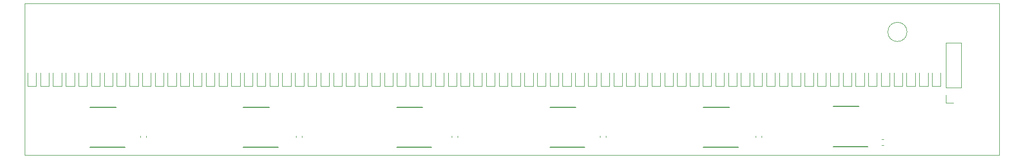
<source format=gbr>
G04 #@! TF.GenerationSoftware,KiCad,Pcbnew,(5.1.4)-1*
G04 #@! TF.CreationDate,2019-10-05T20:16:33-07:00*
G04 #@! TF.ProjectId,teh,7465682e-6b69-4636-9164-5f7063625858,rev?*
G04 #@! TF.SameCoordinates,Original*
G04 #@! TF.FileFunction,Legend,Top*
G04 #@! TF.FilePolarity,Positive*
%FSLAX46Y46*%
G04 Gerber Fmt 4.6, Leading zero omitted, Abs format (unit mm)*
G04 Created by KiCad (PCBNEW (5.1.4)-1) date 2019-10-05 20:16:33*
%MOMM*%
%LPD*%
G04 APERTURE LIST*
%ADD10C,0.050000*%
%ADD11C,0.120000*%
%ADD12C,0.150000*%
G04 APERTURE END LIST*
D10*
X91440000Y-38100000D02*
X258445000Y-38100000D01*
X91440000Y-64135000D02*
X91440000Y-38100000D01*
X258445000Y-64135000D02*
X91440000Y-64135000D01*
X258445000Y-38100000D02*
X258445000Y-64135000D01*
D11*
X242627938Y-42950000D02*
G75*
G03X242627938Y-42950000I-1647938J0D01*
G01*
X251926400Y-52527200D02*
X249266400Y-52527200D01*
X251926400Y-52527200D02*
X251926400Y-44847200D01*
X251926400Y-44847200D02*
X249266400Y-44847200D01*
X249266400Y-52527200D02*
X249266400Y-44847200D01*
X249266400Y-55127200D02*
X249266400Y-53797200D01*
X250596400Y-55127200D02*
X249266400Y-55127200D01*
D12*
X234393700Y-55795500D02*
X229943700Y-55795500D01*
X235918700Y-62695500D02*
X229943700Y-62695500D01*
D11*
X238630779Y-61453300D02*
X238305221Y-61453300D01*
X238630779Y-62473300D02*
X238305221Y-62473300D01*
D12*
X133381000Y-55915000D02*
X128931000Y-55915000D01*
X134906000Y-62815000D02*
X128931000Y-62815000D01*
D11*
X106538518Y-52285000D02*
X106538518Y-50000000D01*
X105068518Y-52285000D02*
X106538518Y-52285000D01*
X105068518Y-50000000D02*
X105068518Y-52285000D01*
X91975000Y-50000000D02*
X91975000Y-52285000D01*
X91975000Y-52285000D02*
X93445000Y-52285000D01*
X93445000Y-52285000D02*
X93445000Y-50000000D01*
X107250771Y-50000000D02*
X107250771Y-52285000D01*
X107250771Y-52285000D02*
X108720771Y-52285000D01*
X108720771Y-52285000D02*
X108720771Y-50000000D01*
X95627253Y-52285000D02*
X95627253Y-50000000D01*
X94157253Y-52285000D02*
X95627253Y-52285000D01*
X94157253Y-50000000D02*
X94157253Y-52285000D01*
X110903024Y-52285000D02*
X110903024Y-50000000D01*
X109433024Y-52285000D02*
X110903024Y-52285000D01*
X109433024Y-50000000D02*
X109433024Y-52285000D01*
X96339506Y-50000000D02*
X96339506Y-52285000D01*
X96339506Y-52285000D02*
X97809506Y-52285000D01*
X97809506Y-52285000D02*
X97809506Y-50000000D01*
X111615277Y-50000000D02*
X111615277Y-52285000D01*
X111615277Y-52285000D02*
X113085277Y-52285000D01*
X113085277Y-52285000D02*
X113085277Y-50000000D01*
X99991759Y-52285000D02*
X99991759Y-50000000D01*
X98521759Y-52285000D02*
X99991759Y-52285000D01*
X98521759Y-50000000D02*
X98521759Y-52285000D01*
X113797530Y-50000000D02*
X113797530Y-52285000D01*
X113797530Y-52285000D02*
X115267530Y-52285000D01*
X115267530Y-52285000D02*
X115267530Y-50000000D01*
X102174012Y-52285000D02*
X102174012Y-50000000D01*
X100704012Y-52285000D02*
X102174012Y-52285000D01*
X100704012Y-50000000D02*
X100704012Y-52285000D01*
X115979783Y-50000000D02*
X115979783Y-52285000D01*
X115979783Y-52285000D02*
X117449783Y-52285000D01*
X117449783Y-52285000D02*
X117449783Y-50000000D01*
X104356265Y-52285000D02*
X104356265Y-50000000D01*
X102886265Y-52285000D02*
X104356265Y-52285000D01*
X102886265Y-50000000D02*
X102886265Y-52285000D01*
X143636819Y-52285000D02*
X143636819Y-50000000D01*
X142166819Y-52285000D02*
X143636819Y-52285000D01*
X142166819Y-50000000D02*
X142166819Y-52285000D01*
X139984566Y-50000000D02*
X139984566Y-52285000D01*
X139984566Y-52285000D02*
X141454566Y-52285000D01*
X141454566Y-52285000D02*
X141454566Y-50000000D01*
X139272313Y-52285000D02*
X139272313Y-50000000D01*
X137802313Y-52285000D02*
X139272313Y-52285000D01*
X137802313Y-50000000D02*
X137802313Y-52285000D01*
X135620060Y-50000000D02*
X135620060Y-52285000D01*
X135620060Y-52285000D02*
X137090060Y-52285000D01*
X137090060Y-52285000D02*
X137090060Y-50000000D01*
X134907807Y-52285000D02*
X134907807Y-50000000D01*
X133437807Y-52285000D02*
X134907807Y-52285000D01*
X133437807Y-50000000D02*
X133437807Y-52285000D01*
X131255554Y-50000000D02*
X131255554Y-52285000D01*
X131255554Y-52285000D02*
X132725554Y-52285000D01*
X132725554Y-52285000D02*
X132725554Y-50000000D01*
X129073301Y-50000000D02*
X129073301Y-52285000D01*
X129073301Y-52285000D02*
X130543301Y-52285000D01*
X130543301Y-52285000D02*
X130543301Y-50000000D01*
X128361048Y-52285000D02*
X128361048Y-50000000D01*
X126891048Y-52285000D02*
X128361048Y-52285000D01*
X126891048Y-50000000D02*
X126891048Y-52285000D01*
X124708795Y-50000000D02*
X124708795Y-52285000D01*
X124708795Y-52285000D02*
X126178795Y-52285000D01*
X126178795Y-52285000D02*
X126178795Y-50000000D01*
X123996542Y-52285000D02*
X123996542Y-50000000D01*
X122526542Y-52285000D02*
X123996542Y-52285000D01*
X122526542Y-50000000D02*
X122526542Y-52285000D01*
X120344289Y-50000000D02*
X120344289Y-52285000D01*
X120344289Y-52285000D02*
X121814289Y-52285000D01*
X121814289Y-52285000D02*
X121814289Y-50000000D01*
X119632036Y-52285000D02*
X119632036Y-50000000D01*
X118162036Y-52285000D02*
X119632036Y-52285000D01*
X118162036Y-50000000D02*
X118162036Y-52285000D01*
X157442590Y-50000000D02*
X157442590Y-52285000D01*
X157442590Y-52285000D02*
X158912590Y-52285000D01*
X158912590Y-52285000D02*
X158912590Y-50000000D01*
X145819072Y-52285000D02*
X145819072Y-50000000D01*
X144349072Y-52285000D02*
X145819072Y-52285000D01*
X144349072Y-50000000D02*
X144349072Y-52285000D01*
X161094843Y-52285000D02*
X161094843Y-50000000D01*
X159624843Y-52285000D02*
X161094843Y-52285000D01*
X159624843Y-50000000D02*
X159624843Y-52285000D01*
X146531325Y-50000000D02*
X146531325Y-52285000D01*
X146531325Y-52285000D02*
X148001325Y-52285000D01*
X148001325Y-52285000D02*
X148001325Y-50000000D01*
X161807096Y-50000000D02*
X161807096Y-52285000D01*
X161807096Y-52285000D02*
X163277096Y-52285000D01*
X163277096Y-52285000D02*
X163277096Y-50000000D01*
X150183578Y-52285000D02*
X150183578Y-50000000D01*
X148713578Y-52285000D02*
X150183578Y-52285000D01*
X148713578Y-50000000D02*
X148713578Y-52285000D01*
X165459349Y-52285000D02*
X165459349Y-50000000D01*
X163989349Y-52285000D02*
X165459349Y-52285000D01*
X163989349Y-50000000D02*
X163989349Y-52285000D01*
X150895831Y-50000000D02*
X150895831Y-52285000D01*
X150895831Y-52285000D02*
X152365831Y-52285000D01*
X152365831Y-52285000D02*
X152365831Y-50000000D01*
X166171602Y-50000000D02*
X166171602Y-52285000D01*
X166171602Y-52285000D02*
X167641602Y-52285000D01*
X167641602Y-52285000D02*
X167641602Y-50000000D01*
X154548084Y-52285000D02*
X154548084Y-50000000D01*
X153078084Y-52285000D02*
X154548084Y-52285000D01*
X153078084Y-50000000D02*
X153078084Y-52285000D01*
X169823855Y-52285000D02*
X169823855Y-50000000D01*
X168353855Y-52285000D02*
X169823855Y-52285000D01*
X168353855Y-50000000D02*
X168353855Y-52285000D01*
X155260337Y-50000000D02*
X155260337Y-52285000D01*
X155260337Y-52285000D02*
X156730337Y-52285000D01*
X156730337Y-52285000D02*
X156730337Y-50000000D01*
X183629626Y-50000000D02*
X183629626Y-52285000D01*
X183629626Y-52285000D02*
X185099626Y-52285000D01*
X185099626Y-52285000D02*
X185099626Y-50000000D01*
X172006108Y-52285000D02*
X172006108Y-50000000D01*
X170536108Y-52285000D02*
X172006108Y-52285000D01*
X170536108Y-50000000D02*
X170536108Y-52285000D01*
X187281879Y-52285000D02*
X187281879Y-50000000D01*
X185811879Y-52285000D02*
X187281879Y-52285000D01*
X185811879Y-50000000D02*
X185811879Y-52285000D01*
X172718361Y-50000000D02*
X172718361Y-52285000D01*
X172718361Y-52285000D02*
X174188361Y-52285000D01*
X174188361Y-52285000D02*
X174188361Y-50000000D01*
X189464132Y-52285000D02*
X189464132Y-50000000D01*
X187994132Y-52285000D02*
X189464132Y-52285000D01*
X187994132Y-50000000D02*
X187994132Y-52285000D01*
X176370614Y-52285000D02*
X176370614Y-50000000D01*
X174900614Y-52285000D02*
X176370614Y-52285000D01*
X174900614Y-50000000D02*
X174900614Y-52285000D01*
X191646385Y-52285000D02*
X191646385Y-50000000D01*
X190176385Y-52285000D02*
X191646385Y-52285000D01*
X190176385Y-50000000D02*
X190176385Y-52285000D01*
X177082867Y-50000000D02*
X177082867Y-52285000D01*
X177082867Y-52285000D02*
X178552867Y-52285000D01*
X178552867Y-52285000D02*
X178552867Y-50000000D01*
X193828638Y-52285000D02*
X193828638Y-50000000D01*
X192358638Y-52285000D02*
X193828638Y-52285000D01*
X192358638Y-50000000D02*
X192358638Y-52285000D01*
X180735120Y-52285000D02*
X180735120Y-50000000D01*
X179265120Y-52285000D02*
X180735120Y-52285000D01*
X179265120Y-50000000D02*
X179265120Y-52285000D01*
X196010891Y-52285000D02*
X196010891Y-50000000D01*
X194540891Y-52285000D02*
X196010891Y-52285000D01*
X194540891Y-50000000D02*
X194540891Y-52285000D01*
X181447373Y-50000000D02*
X181447373Y-52285000D01*
X181447373Y-52285000D02*
X182917373Y-52285000D01*
X182917373Y-52285000D02*
X182917373Y-50000000D01*
X211286662Y-52285000D02*
X211286662Y-50000000D01*
X209816662Y-52285000D02*
X211286662Y-52285000D01*
X209816662Y-50000000D02*
X209816662Y-52285000D01*
X196723144Y-50000000D02*
X196723144Y-52285000D01*
X196723144Y-52285000D02*
X198193144Y-52285000D01*
X198193144Y-52285000D02*
X198193144Y-50000000D01*
X211998915Y-50000000D02*
X211998915Y-52285000D01*
X211998915Y-52285000D02*
X213468915Y-52285000D01*
X213468915Y-52285000D02*
X213468915Y-50000000D01*
X198905397Y-50000000D02*
X198905397Y-52285000D01*
X198905397Y-52285000D02*
X200375397Y-52285000D01*
X200375397Y-52285000D02*
X200375397Y-50000000D01*
X215651168Y-52285000D02*
X215651168Y-50000000D01*
X214181168Y-52285000D02*
X215651168Y-52285000D01*
X214181168Y-50000000D02*
X214181168Y-52285000D01*
X201087650Y-50000000D02*
X201087650Y-52285000D01*
X201087650Y-52285000D02*
X202557650Y-52285000D01*
X202557650Y-52285000D02*
X202557650Y-50000000D01*
X216363421Y-50000000D02*
X216363421Y-52285000D01*
X216363421Y-52285000D02*
X217833421Y-52285000D01*
X217833421Y-52285000D02*
X217833421Y-50000000D01*
X204739903Y-52285000D02*
X204739903Y-50000000D01*
X203269903Y-52285000D02*
X204739903Y-52285000D01*
X203269903Y-50000000D02*
X203269903Y-52285000D01*
X220015674Y-52285000D02*
X220015674Y-50000000D01*
X218545674Y-52285000D02*
X220015674Y-52285000D01*
X218545674Y-50000000D02*
X218545674Y-52285000D01*
X205452156Y-50000000D02*
X205452156Y-52285000D01*
X205452156Y-52285000D02*
X206922156Y-52285000D01*
X206922156Y-52285000D02*
X206922156Y-50000000D01*
X220727927Y-50000000D02*
X220727927Y-52285000D01*
X220727927Y-52285000D02*
X222197927Y-52285000D01*
X222197927Y-52285000D02*
X222197927Y-50000000D01*
X209104409Y-52285000D02*
X209104409Y-50000000D01*
X207634409Y-52285000D02*
X209104409Y-52285000D01*
X207634409Y-50000000D02*
X207634409Y-52285000D01*
X236003698Y-50000000D02*
X236003698Y-52285000D01*
X236003698Y-52285000D02*
X237473698Y-52285000D01*
X237473698Y-52285000D02*
X237473698Y-50000000D01*
X224380180Y-52285000D02*
X224380180Y-50000000D01*
X222910180Y-52285000D02*
X224380180Y-52285000D01*
X222910180Y-50000000D02*
X222910180Y-52285000D01*
X239655951Y-52285000D02*
X239655951Y-50000000D01*
X238185951Y-52285000D02*
X239655951Y-52285000D01*
X238185951Y-50000000D02*
X238185951Y-52285000D01*
X225092433Y-50000000D02*
X225092433Y-52285000D01*
X225092433Y-52285000D02*
X226562433Y-52285000D01*
X226562433Y-52285000D02*
X226562433Y-50000000D01*
X240368204Y-50000000D02*
X240368204Y-52285000D01*
X240368204Y-52285000D02*
X241838204Y-52285000D01*
X241838204Y-52285000D02*
X241838204Y-50000000D01*
X228744686Y-52285000D02*
X228744686Y-50000000D01*
X227274686Y-52285000D02*
X228744686Y-52285000D01*
X227274686Y-50000000D02*
X227274686Y-52285000D01*
X244020457Y-52285000D02*
X244020457Y-50000000D01*
X242550457Y-52285000D02*
X244020457Y-52285000D01*
X242550457Y-50000000D02*
X242550457Y-52285000D01*
X229456939Y-50000000D02*
X229456939Y-52285000D01*
X229456939Y-52285000D02*
X230926939Y-52285000D01*
X230926939Y-52285000D02*
X230926939Y-50000000D01*
X244732710Y-50000000D02*
X244732710Y-52285000D01*
X244732710Y-52285000D02*
X246202710Y-52285000D01*
X246202710Y-52285000D02*
X246202710Y-50000000D01*
X233109192Y-52285000D02*
X233109192Y-50000000D01*
X231639192Y-52285000D02*
X233109192Y-52285000D01*
X231639192Y-50000000D02*
X231639192Y-52285000D01*
X248385000Y-52285000D02*
X248385000Y-50000000D01*
X246915000Y-52285000D02*
X248385000Y-52285000D01*
X246915000Y-50000000D02*
X246915000Y-52285000D01*
X233821445Y-50000000D02*
X233821445Y-52285000D01*
X233821445Y-52285000D02*
X235291445Y-52285000D01*
X235291445Y-52285000D02*
X235291445Y-50000000D01*
X112270000Y-60797221D02*
X112270000Y-61122779D01*
X111250000Y-60797221D02*
X111250000Y-61122779D01*
X138940000Y-60797221D02*
X138940000Y-61122779D01*
X137920000Y-60797221D02*
X137920000Y-61122779D01*
X165610000Y-60797221D02*
X165610000Y-61122779D01*
X164590000Y-60797221D02*
X164590000Y-61122779D01*
X189990000Y-60797221D02*
X189990000Y-61122779D01*
X191010000Y-60797221D02*
X191010000Y-61122779D01*
X217680000Y-60797221D02*
X217680000Y-61122779D01*
X216660000Y-60797221D02*
X216660000Y-61122779D01*
D12*
X108640000Y-62815000D02*
X102665000Y-62815000D01*
X107115000Y-55915000D02*
X102665000Y-55915000D01*
X159647000Y-55915000D02*
X155197000Y-55915000D01*
X161172000Y-62815000D02*
X155197000Y-62815000D01*
X187438000Y-62815000D02*
X181463000Y-62815000D01*
X185913000Y-55915000D02*
X181463000Y-55915000D01*
X213704000Y-62815000D02*
X207729000Y-62815000D01*
X212179000Y-55915000D02*
X207729000Y-55915000D01*
M02*

</source>
